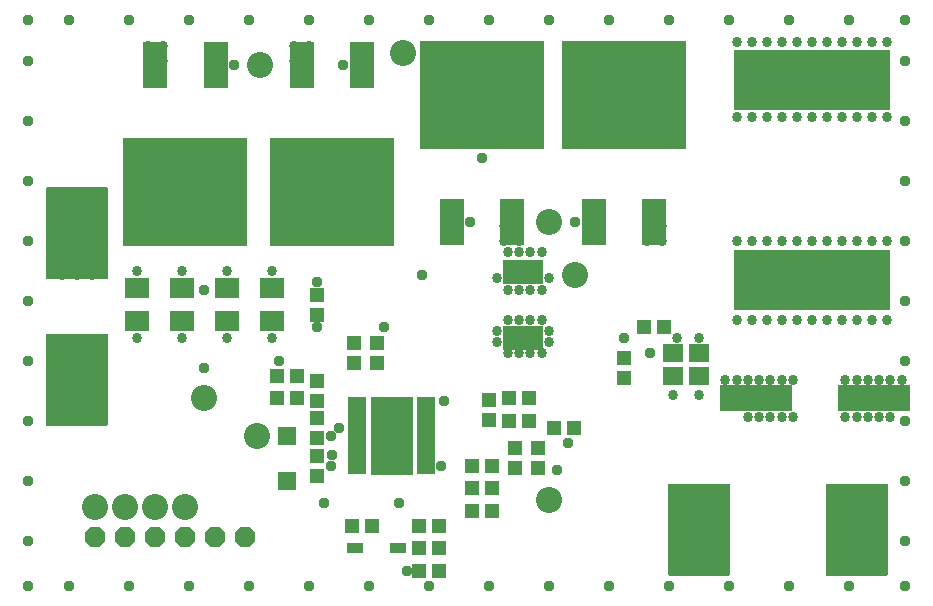
<source format=gbr>
G04 EAGLE Gerber RS-274X export*
G75*
%MOMM*%
%FSLAX34Y34*%
%LPD*%
%INSoldermask Top*%
%IPPOS*%
%AMOC8*
5,1,8,0,0,1.08239X$1,22.5*%
G01*
%ADD10R,1.603200X0.653200*%
%ADD11R,3.603200X6.703200*%
%ADD12R,1.603200X1.603200*%
%ADD13R,1.203200X1.303200*%
%ADD14R,3.403200X2.003200*%
%ADD15R,1.303200X1.203200*%
%ADD16R,13.203200X5.203200*%
%ADD17R,1.703200X1.503200*%
%ADD18R,6.203200X2.203200*%
%ADD19R,10.503200X9.103200*%
%ADD20R,2.133600X4.013200*%
%ADD21R,1.403200X0.903200*%
%ADD22R,2.003200X1.803200*%
%ADD23P,1.869504X8X112.500000*%
%ADD24C,2.203200*%
%ADD25C,0.959600*%
%ADD26C,0.859600*%

G36*
X82570Y272292D02*
X82570Y272292D01*
X82589Y272290D01*
X82691Y272312D01*
X82793Y272329D01*
X82810Y272338D01*
X82830Y272342D01*
X82919Y272395D01*
X83010Y272444D01*
X83024Y272458D01*
X83041Y272468D01*
X83108Y272547D01*
X83180Y272622D01*
X83188Y272640D01*
X83201Y272655D01*
X83240Y272751D01*
X83283Y272845D01*
X83285Y272865D01*
X83293Y272883D01*
X83311Y273050D01*
X83311Y349250D01*
X83308Y349270D01*
X83310Y349289D01*
X83288Y349391D01*
X83272Y349493D01*
X83262Y349510D01*
X83258Y349530D01*
X83205Y349619D01*
X83156Y349710D01*
X83142Y349724D01*
X83132Y349741D01*
X83053Y349808D01*
X82978Y349880D01*
X82960Y349888D01*
X82945Y349901D01*
X82849Y349940D01*
X82755Y349983D01*
X82735Y349985D01*
X82717Y349993D01*
X82550Y350011D01*
X31750Y350011D01*
X31730Y350008D01*
X31711Y350010D01*
X31609Y349988D01*
X31507Y349972D01*
X31490Y349962D01*
X31470Y349958D01*
X31381Y349905D01*
X31290Y349856D01*
X31276Y349842D01*
X31259Y349832D01*
X31192Y349753D01*
X31121Y349678D01*
X31112Y349660D01*
X31099Y349645D01*
X31060Y349549D01*
X31017Y349455D01*
X31015Y349435D01*
X31007Y349417D01*
X30989Y349250D01*
X30989Y273050D01*
X30992Y273030D01*
X30990Y273011D01*
X31012Y272909D01*
X31029Y272807D01*
X31038Y272790D01*
X31042Y272770D01*
X31095Y272681D01*
X31144Y272590D01*
X31158Y272576D01*
X31168Y272559D01*
X31247Y272492D01*
X31322Y272421D01*
X31340Y272412D01*
X31355Y272399D01*
X31451Y272360D01*
X31545Y272317D01*
X31565Y272315D01*
X31583Y272307D01*
X31750Y272289D01*
X82550Y272289D01*
X82570Y272292D01*
G37*
G36*
X82570Y148467D02*
X82570Y148467D01*
X82589Y148465D01*
X82691Y148487D01*
X82793Y148504D01*
X82810Y148513D01*
X82830Y148517D01*
X82919Y148570D01*
X83010Y148619D01*
X83024Y148633D01*
X83041Y148643D01*
X83108Y148722D01*
X83180Y148797D01*
X83188Y148815D01*
X83201Y148830D01*
X83240Y148926D01*
X83283Y149020D01*
X83285Y149040D01*
X83293Y149058D01*
X83311Y149225D01*
X83311Y225425D01*
X83308Y225445D01*
X83310Y225464D01*
X83288Y225566D01*
X83272Y225668D01*
X83262Y225685D01*
X83258Y225705D01*
X83205Y225794D01*
X83156Y225885D01*
X83142Y225899D01*
X83132Y225916D01*
X83053Y225983D01*
X82978Y226055D01*
X82960Y226063D01*
X82945Y226076D01*
X82849Y226115D01*
X82755Y226158D01*
X82735Y226160D01*
X82717Y226168D01*
X82550Y226186D01*
X31750Y226186D01*
X31730Y226183D01*
X31711Y226185D01*
X31609Y226163D01*
X31507Y226147D01*
X31490Y226137D01*
X31470Y226133D01*
X31381Y226080D01*
X31290Y226031D01*
X31276Y226017D01*
X31259Y226007D01*
X31192Y225928D01*
X31121Y225853D01*
X31112Y225835D01*
X31099Y225820D01*
X31060Y225724D01*
X31017Y225630D01*
X31015Y225610D01*
X31007Y225592D01*
X30989Y225425D01*
X30989Y149225D01*
X30992Y149205D01*
X30990Y149186D01*
X31012Y149084D01*
X31029Y148982D01*
X31038Y148965D01*
X31042Y148945D01*
X31095Y148856D01*
X31144Y148765D01*
X31158Y148751D01*
X31168Y148734D01*
X31247Y148667D01*
X31322Y148596D01*
X31340Y148587D01*
X31355Y148574D01*
X31451Y148535D01*
X31545Y148492D01*
X31565Y148490D01*
X31583Y148482D01*
X31750Y148464D01*
X82550Y148464D01*
X82570Y148467D01*
G37*
G36*
X742970Y21467D02*
X742970Y21467D01*
X742989Y21465D01*
X743091Y21487D01*
X743193Y21504D01*
X743210Y21513D01*
X743230Y21517D01*
X743319Y21570D01*
X743410Y21619D01*
X743424Y21633D01*
X743441Y21643D01*
X743508Y21722D01*
X743580Y21797D01*
X743588Y21815D01*
X743601Y21830D01*
X743640Y21926D01*
X743683Y22020D01*
X743685Y22040D01*
X743693Y22058D01*
X743711Y22225D01*
X743711Y98425D01*
X743708Y98445D01*
X743710Y98464D01*
X743688Y98566D01*
X743672Y98668D01*
X743662Y98685D01*
X743658Y98705D01*
X743605Y98794D01*
X743556Y98885D01*
X743542Y98899D01*
X743532Y98916D01*
X743453Y98983D01*
X743378Y99055D01*
X743360Y99063D01*
X743345Y99076D01*
X743249Y99115D01*
X743155Y99158D01*
X743135Y99160D01*
X743117Y99168D01*
X742950Y99186D01*
X692150Y99186D01*
X692130Y99183D01*
X692111Y99185D01*
X692009Y99163D01*
X691907Y99147D01*
X691890Y99137D01*
X691870Y99133D01*
X691781Y99080D01*
X691690Y99031D01*
X691676Y99017D01*
X691659Y99007D01*
X691592Y98928D01*
X691521Y98853D01*
X691512Y98835D01*
X691499Y98820D01*
X691460Y98724D01*
X691417Y98630D01*
X691415Y98610D01*
X691407Y98592D01*
X691389Y98425D01*
X691389Y22225D01*
X691392Y22205D01*
X691390Y22186D01*
X691412Y22084D01*
X691429Y21982D01*
X691438Y21965D01*
X691442Y21945D01*
X691495Y21856D01*
X691544Y21765D01*
X691558Y21751D01*
X691568Y21734D01*
X691647Y21667D01*
X691722Y21596D01*
X691740Y21587D01*
X691755Y21574D01*
X691851Y21535D01*
X691945Y21492D01*
X691965Y21490D01*
X691983Y21482D01*
X692150Y21464D01*
X742950Y21464D01*
X742970Y21467D01*
G37*
G36*
X609620Y21467D02*
X609620Y21467D01*
X609639Y21465D01*
X609741Y21487D01*
X609843Y21504D01*
X609860Y21513D01*
X609880Y21517D01*
X609969Y21570D01*
X610060Y21619D01*
X610074Y21633D01*
X610091Y21643D01*
X610158Y21722D01*
X610230Y21797D01*
X610238Y21815D01*
X610251Y21830D01*
X610290Y21926D01*
X610333Y22020D01*
X610335Y22040D01*
X610343Y22058D01*
X610361Y22225D01*
X610361Y98425D01*
X610358Y98445D01*
X610360Y98464D01*
X610338Y98566D01*
X610322Y98668D01*
X610312Y98685D01*
X610308Y98705D01*
X610255Y98794D01*
X610206Y98885D01*
X610192Y98899D01*
X610182Y98916D01*
X610103Y98983D01*
X610028Y99055D01*
X610010Y99063D01*
X609995Y99076D01*
X609899Y99115D01*
X609805Y99158D01*
X609785Y99160D01*
X609767Y99168D01*
X609600Y99186D01*
X558800Y99186D01*
X558780Y99183D01*
X558761Y99185D01*
X558659Y99163D01*
X558557Y99147D01*
X558540Y99137D01*
X558520Y99133D01*
X558431Y99080D01*
X558340Y99031D01*
X558326Y99017D01*
X558309Y99007D01*
X558242Y98928D01*
X558171Y98853D01*
X558162Y98835D01*
X558149Y98820D01*
X558110Y98724D01*
X558067Y98630D01*
X558065Y98610D01*
X558057Y98592D01*
X558039Y98425D01*
X558039Y22225D01*
X558042Y22205D01*
X558040Y22186D01*
X558062Y22084D01*
X558079Y21982D01*
X558088Y21965D01*
X558092Y21945D01*
X558145Y21856D01*
X558194Y21765D01*
X558208Y21751D01*
X558218Y21734D01*
X558297Y21667D01*
X558372Y21596D01*
X558390Y21587D01*
X558405Y21574D01*
X558501Y21535D01*
X558595Y21492D01*
X558615Y21490D01*
X558633Y21482D01*
X558800Y21464D01*
X609600Y21464D01*
X609620Y21467D01*
G37*
G36*
X339133Y117826D02*
X339133Y117826D01*
X339140Y117824D01*
X339232Y117833D01*
X339243Y117839D01*
X339256Y117838D01*
X339345Y117865D01*
X339354Y117873D01*
X339368Y117875D01*
X339450Y117918D01*
X339457Y117928D01*
X339470Y117932D01*
X339542Y117991D01*
X339547Y118002D01*
X339559Y118008D01*
X339618Y118080D01*
X339621Y118092D01*
X339632Y118101D01*
X339675Y118182D01*
X339676Y118194D01*
X339685Y118205D01*
X339712Y118294D01*
X339710Y118306D01*
X339717Y118318D01*
X339726Y118410D01*
X339724Y118416D01*
X339726Y118423D01*
X339726Y160978D01*
X339724Y160983D01*
X339726Y160990D01*
X339717Y161082D01*
X339711Y161093D01*
X339712Y161106D01*
X339685Y161195D01*
X339677Y161204D01*
X339675Y161218D01*
X339632Y161300D01*
X339622Y161307D01*
X339618Y161320D01*
X339559Y161392D01*
X339548Y161397D01*
X339542Y161409D01*
X339470Y161468D01*
X339458Y161471D01*
X339457Y161473D01*
X339457Y161474D01*
X339450Y161482D01*
X339368Y161525D01*
X339356Y161526D01*
X339345Y161535D01*
X339256Y161562D01*
X339244Y161560D01*
X339232Y161567D01*
X339140Y161576D01*
X339134Y161574D01*
X339128Y161576D01*
X308573Y161576D01*
X308567Y161574D01*
X308560Y161576D01*
X308468Y161567D01*
X308457Y161561D01*
X308444Y161562D01*
X308355Y161535D01*
X308346Y161527D01*
X308332Y161525D01*
X308251Y161482D01*
X308243Y161472D01*
X308230Y161468D01*
X308158Y161409D01*
X308153Y161398D01*
X308141Y161392D01*
X308082Y161320D01*
X308079Y161308D01*
X308068Y161300D01*
X308025Y161218D01*
X308024Y161206D01*
X308015Y161195D01*
X307988Y161106D01*
X307990Y161094D01*
X307983Y161082D01*
X307974Y160990D01*
X307976Y160984D01*
X307974Y160978D01*
X307974Y118423D01*
X307976Y118417D01*
X307974Y118410D01*
X307983Y118318D01*
X307989Y118307D01*
X307988Y118294D01*
X308015Y118205D01*
X308023Y118196D01*
X308025Y118182D01*
X308068Y118101D01*
X308078Y118093D01*
X308082Y118080D01*
X308141Y118008D01*
X308152Y118003D01*
X308158Y117991D01*
X308230Y117932D01*
X308242Y117929D01*
X308251Y117918D01*
X308332Y117875D01*
X308344Y117874D01*
X308355Y117865D01*
X308444Y117838D01*
X308456Y117840D01*
X308468Y117833D01*
X308560Y117824D01*
X308566Y117826D01*
X308573Y117824D01*
X339128Y117824D01*
X339133Y117826D01*
G37*
D10*
X353350Y110450D03*
X353350Y116950D03*
X353350Y123450D03*
X353350Y129950D03*
X353350Y136450D03*
X353350Y142950D03*
X353350Y149450D03*
X353350Y155950D03*
X353350Y162450D03*
X353350Y168950D03*
X294350Y168950D03*
X294350Y162450D03*
X294350Y155950D03*
X294350Y149450D03*
X294350Y142950D03*
X294350Y136450D03*
X294350Y129950D03*
X294350Y123450D03*
X294350Y116950D03*
X294350Y110450D03*
D11*
X323850Y139700D03*
D12*
X234950Y101650D03*
X234950Y139650D03*
D13*
X260350Y137550D03*
X260350Y154550D03*
X260350Y105800D03*
X260350Y122800D03*
D14*
X434975Y278825D03*
X434975Y222825D03*
D15*
X311150Y201050D03*
X311150Y218050D03*
D13*
X292100Y201050D03*
X292100Y218050D03*
D16*
X679450Y441325D03*
X679450Y271325D03*
D17*
X584200Y209525D03*
X584200Y190525D03*
X561975Y209525D03*
X561975Y190525D03*
D18*
X632625Y171450D03*
X732625Y171450D03*
D19*
X273050Y346475D03*
D20*
X298550Y453975D03*
X247550Y453975D03*
D19*
X400050Y428225D03*
D20*
X374550Y320725D03*
X425550Y320725D03*
D19*
X520700Y428225D03*
D20*
X495200Y320725D03*
X546200Y320725D03*
D19*
X149225Y346475D03*
D20*
X174725Y453975D03*
X123725Y453975D03*
D21*
X292650Y44450D03*
X329650Y44450D03*
D13*
X364100Y44450D03*
X347100Y44450D03*
X347100Y25400D03*
X364100Y25400D03*
X364100Y63500D03*
X347100Y63500D03*
D15*
X447675Y129150D03*
X447675Y112150D03*
X428625Y129150D03*
X428625Y112150D03*
X423300Y171450D03*
X440300Y171450D03*
D13*
X406400Y170425D03*
X406400Y153425D03*
X423300Y152400D03*
X440300Y152400D03*
X478400Y146050D03*
X461400Y146050D03*
X408550Y114300D03*
X391550Y114300D03*
D15*
X391550Y76200D03*
X408550Y76200D03*
X391550Y95250D03*
X408550Y95250D03*
D13*
X260350Y259325D03*
X260350Y242325D03*
D22*
X222250Y264825D03*
X222250Y236825D03*
X184150Y264825D03*
X184150Y236825D03*
X146050Y264825D03*
X146050Y236825D03*
X107950Y264825D03*
X107950Y236825D03*
D13*
X537600Y231775D03*
X554600Y231775D03*
D15*
X520700Y188350D03*
X520700Y205350D03*
D13*
X243450Y190500D03*
X226450Y190500D03*
X243450Y171450D03*
X226450Y171450D03*
X260350Y186300D03*
X260350Y169300D03*
D15*
X289950Y63500D03*
X306950Y63500D03*
D23*
X73025Y53975D03*
X98425Y53975D03*
X123825Y53975D03*
X149225Y53975D03*
X174625Y53975D03*
X200025Y53975D03*
D24*
X165100Y171450D03*
X73025Y79375D03*
X123825Y79375D03*
X98425Y79375D03*
X209550Y139700D03*
X149225Y79375D03*
X333375Y463550D03*
X457200Y85725D03*
X212725Y454025D03*
X457200Y320675D03*
X479425Y276225D03*
D25*
X272879Y139529D03*
X365656Y113994D03*
X400050Y375384D03*
X273050Y123825D03*
X317500Y231775D03*
D26*
X358775Y441325D03*
X368300Y431800D03*
X377825Y441325D03*
X387350Y431800D03*
X396875Y441325D03*
X406400Y431800D03*
X415925Y441325D03*
X425450Y431800D03*
X434975Y441325D03*
X444500Y431800D03*
X358775Y422275D03*
X377825Y422275D03*
X396875Y422275D03*
X415925Y422275D03*
X434975Y422275D03*
X368300Y412750D03*
X387350Y412750D03*
X406400Y412750D03*
X425450Y412750D03*
X444500Y412750D03*
X434975Y403225D03*
X415925Y403225D03*
X396875Y403225D03*
X377825Y403225D03*
X358775Y403225D03*
X368300Y393700D03*
X387350Y393700D03*
X406400Y393700D03*
X425450Y393700D03*
X444500Y393700D03*
X476250Y441325D03*
X485775Y431800D03*
X495300Y441325D03*
X504825Y431800D03*
X514350Y441325D03*
X523875Y431800D03*
X533400Y441325D03*
X542925Y431800D03*
X552450Y441325D03*
X561975Y431800D03*
X476250Y422275D03*
X495300Y422275D03*
X514350Y422275D03*
X533400Y422275D03*
X552450Y422275D03*
X485775Y412750D03*
X504825Y412750D03*
X523875Y412750D03*
X542925Y412750D03*
X561975Y412750D03*
X552450Y403225D03*
X533400Y403225D03*
X514350Y403225D03*
X495300Y403225D03*
X476250Y403225D03*
X485775Y393700D03*
X504825Y393700D03*
X523875Y393700D03*
X542925Y393700D03*
X561975Y393700D03*
X615950Y473075D03*
X628650Y473075D03*
X641350Y473075D03*
X654050Y473075D03*
X666750Y473075D03*
X679450Y473075D03*
X692150Y473075D03*
X704850Y473075D03*
X717550Y473075D03*
X730250Y473075D03*
X742950Y473075D03*
X615950Y409575D03*
X628650Y409575D03*
X641350Y409575D03*
X654050Y409575D03*
X666750Y409575D03*
X679450Y409575D03*
X692150Y409575D03*
X704850Y409575D03*
X717550Y409575D03*
X730250Y409575D03*
X742950Y409575D03*
X117475Y469900D03*
X130175Y469900D03*
X123825Y463550D03*
X117475Y457200D03*
X130175Y457200D03*
X241300Y469900D03*
X254000Y469900D03*
X247650Y463550D03*
X241300Y457200D03*
X254000Y457200D03*
D25*
X228600Y203200D03*
X349250Y276225D03*
D26*
X412750Y273050D03*
X457200Y273050D03*
X422275Y295275D03*
X450850Y295275D03*
X422275Y263525D03*
X431800Y263525D03*
X441325Y263525D03*
X450850Y263525D03*
X419100Y304800D03*
X431800Y304800D03*
X425450Y311150D03*
X419100Y317500D03*
X431800Y317500D03*
X539750Y304800D03*
X552450Y304800D03*
X546100Y311150D03*
X539750Y317500D03*
X552450Y317500D03*
X431800Y295275D03*
X441325Y295275D03*
D25*
X15875Y12700D03*
X50800Y12700D03*
X101600Y12700D03*
X152400Y12700D03*
X203200Y12700D03*
X254000Y12700D03*
X15875Y50800D03*
X15875Y101600D03*
X15875Y152400D03*
X304800Y12700D03*
X355600Y12700D03*
X406400Y12700D03*
X457200Y12700D03*
X508000Y12700D03*
X558800Y12700D03*
X609600Y12700D03*
X660400Y12700D03*
X711200Y12700D03*
X758825Y12700D03*
X758825Y50800D03*
X758825Y101600D03*
X758825Y152400D03*
X758825Y203200D03*
X758825Y254000D03*
X758825Y304800D03*
X758825Y355600D03*
X758825Y406400D03*
X758825Y457200D03*
X15875Y203200D03*
X15875Y254000D03*
X15875Y304800D03*
X15875Y355600D03*
X15875Y406400D03*
X15875Y457200D03*
X15875Y492125D03*
X50800Y492125D03*
X101600Y492125D03*
X152400Y492125D03*
X203200Y492125D03*
X254000Y492125D03*
X304800Y492125D03*
X355600Y492125D03*
X406400Y492125D03*
X457200Y492125D03*
X508000Y492125D03*
X558800Y492125D03*
X609600Y492125D03*
X660400Y492125D03*
X711200Y492125D03*
X758825Y492125D03*
D26*
X323850Y165100D03*
X314325Y165100D03*
X333375Y165100D03*
X314325Y155575D03*
X323850Y155575D03*
X333375Y155575D03*
X314325Y146050D03*
X323850Y146050D03*
X333375Y146050D03*
X314325Y136525D03*
X323850Y136525D03*
X333375Y136525D03*
X314325Y127000D03*
X323850Y127000D03*
X333375Y127000D03*
X314325Y117475D03*
X323850Y117475D03*
X333375Y117475D03*
X561975Y174625D03*
X584200Y174625D03*
X412750Y228600D03*
X412750Y219075D03*
X422275Y209550D03*
X431800Y209550D03*
X441325Y209550D03*
X450850Y209550D03*
X422275Y238125D03*
X431800Y238125D03*
X441325Y238125D03*
X450850Y238125D03*
X457200Y228600D03*
X457200Y219075D03*
X107950Y222250D03*
X146050Y222250D03*
X184150Y222250D03*
X222250Y222250D03*
X606425Y187325D03*
X615950Y187325D03*
X625475Y187325D03*
X635000Y187325D03*
X644525Y187325D03*
X654050Y187325D03*
X663575Y187325D03*
X663575Y155575D03*
X654050Y155575D03*
X644525Y155575D03*
X635000Y155575D03*
X625475Y155575D03*
X565150Y92075D03*
X577850Y92075D03*
X590550Y92075D03*
X603250Y92075D03*
X571500Y82550D03*
X584200Y82550D03*
X596900Y82550D03*
X565150Y73025D03*
X577850Y73025D03*
X590550Y73025D03*
X603250Y73025D03*
X571500Y63500D03*
X584200Y63500D03*
X596900Y63500D03*
X565150Y53975D03*
X577850Y53975D03*
X590550Y53975D03*
X603250Y53975D03*
X571500Y44450D03*
X584200Y44450D03*
X596900Y44450D03*
X565150Y34925D03*
X577850Y34925D03*
X590550Y34925D03*
X603250Y34925D03*
X571500Y25400D03*
X584200Y25400D03*
X596900Y25400D03*
X38100Y219075D03*
X50800Y219075D03*
X63500Y219075D03*
X76200Y219075D03*
X44450Y209550D03*
X57150Y209550D03*
X69850Y209550D03*
X38100Y200025D03*
X50800Y200025D03*
X63500Y200025D03*
X76200Y200025D03*
X44450Y190500D03*
X57150Y190500D03*
X69850Y190500D03*
X38100Y180975D03*
X50800Y180975D03*
X63500Y180975D03*
X76200Y180975D03*
X44450Y171450D03*
X57150Y171450D03*
X69850Y171450D03*
X38100Y161925D03*
X50800Y161925D03*
X63500Y161925D03*
X76200Y161925D03*
X44450Y152400D03*
X57150Y152400D03*
X69850Y152400D03*
D25*
X266700Y82550D03*
X330200Y82550D03*
X260350Y231775D03*
X463550Y111125D03*
X542925Y209550D03*
D26*
X755650Y187325D03*
X746125Y187325D03*
X736600Y187325D03*
X727075Y187325D03*
X717550Y187325D03*
X708025Y187325D03*
X708025Y155575D03*
X717550Y155575D03*
X727075Y155575D03*
X736600Y155575D03*
X746125Y155575D03*
X615950Y304800D03*
X628650Y304800D03*
X641350Y304800D03*
X654050Y304800D03*
X666750Y304800D03*
X679450Y304800D03*
X692150Y304800D03*
X704850Y304800D03*
X717550Y304800D03*
X730250Y304800D03*
X742950Y304800D03*
X615950Y238125D03*
X628650Y238125D03*
X641350Y238125D03*
X654050Y238125D03*
X666750Y238125D03*
X679450Y238125D03*
X692150Y238125D03*
X704850Y238125D03*
X717550Y238125D03*
X730250Y238125D03*
X742950Y238125D03*
X584200Y222250D03*
X565150Y222250D03*
X698500Y92075D03*
X711200Y92075D03*
X723900Y92075D03*
X736600Y92075D03*
X704850Y82550D03*
X717550Y82550D03*
X730250Y82550D03*
X698500Y73025D03*
X711200Y73025D03*
X723900Y73025D03*
X736600Y73025D03*
X704850Y63500D03*
X717550Y63500D03*
X730250Y63500D03*
X698500Y53975D03*
X711200Y53975D03*
X723900Y53975D03*
X736600Y53975D03*
X704850Y44450D03*
X717550Y44450D03*
X730250Y44450D03*
X698500Y34925D03*
X711200Y34925D03*
X723900Y34925D03*
X736600Y34925D03*
X704850Y25400D03*
X717550Y25400D03*
X730250Y25400D03*
D25*
X390525Y320675D03*
X479425Y320675D03*
X279400Y146201D03*
X190500Y454025D03*
X282575Y454025D03*
X272824Y113849D03*
X336550Y25400D03*
X473075Y133350D03*
X368300Y169026D03*
X520700Y222250D03*
X165100Y263525D03*
D26*
X107950Y384175D03*
X117475Y374650D03*
X127000Y384175D03*
X136525Y374650D03*
X146050Y384175D03*
X155575Y374650D03*
X165100Y384175D03*
X174625Y374650D03*
X184150Y384175D03*
X193675Y374650D03*
X107950Y365125D03*
X127000Y365125D03*
X146050Y365125D03*
X165100Y365125D03*
X184150Y365125D03*
X117475Y355600D03*
X136525Y355600D03*
X155575Y355600D03*
X174625Y355600D03*
X193675Y355600D03*
X184150Y346075D03*
X165100Y346075D03*
X146050Y346075D03*
X127000Y346075D03*
X107950Y346075D03*
X117475Y336550D03*
X136525Y336550D03*
X155575Y336550D03*
X174625Y336550D03*
X193675Y336550D03*
X228600Y384175D03*
X238125Y374650D03*
X247650Y384175D03*
X257175Y374650D03*
X266700Y384175D03*
X276225Y374650D03*
X285750Y384175D03*
X295275Y374650D03*
X304800Y384175D03*
X314325Y374650D03*
X228600Y365125D03*
X247650Y365125D03*
X266700Y365125D03*
X285750Y365125D03*
X304800Y365125D03*
X238125Y355600D03*
X257175Y355600D03*
X276225Y355600D03*
X295275Y355600D03*
X314325Y355600D03*
X304800Y346075D03*
X285750Y346075D03*
X266700Y346075D03*
X247650Y346075D03*
X228600Y346075D03*
X238125Y336550D03*
X257175Y336550D03*
X276225Y336550D03*
X295275Y336550D03*
X314325Y336550D03*
X107950Y279400D03*
X146050Y279400D03*
X184150Y279400D03*
X222250Y279400D03*
X38100Y342900D03*
X50800Y342900D03*
X63500Y342900D03*
X76200Y342900D03*
X44450Y333375D03*
X57150Y333375D03*
X69850Y333375D03*
X38100Y323850D03*
X50800Y323850D03*
X63500Y323850D03*
X76200Y323850D03*
X44450Y314325D03*
X57150Y314325D03*
X69850Y314325D03*
X38100Y304800D03*
X50800Y304800D03*
X63500Y304800D03*
X76200Y304800D03*
X44450Y295275D03*
X57150Y295275D03*
X69850Y295275D03*
X38100Y285750D03*
X50800Y285750D03*
X63500Y285750D03*
X76200Y285750D03*
X44450Y276225D03*
X57150Y276225D03*
X69850Y276225D03*
D25*
X165100Y196850D03*
X260350Y269875D03*
M02*

</source>
